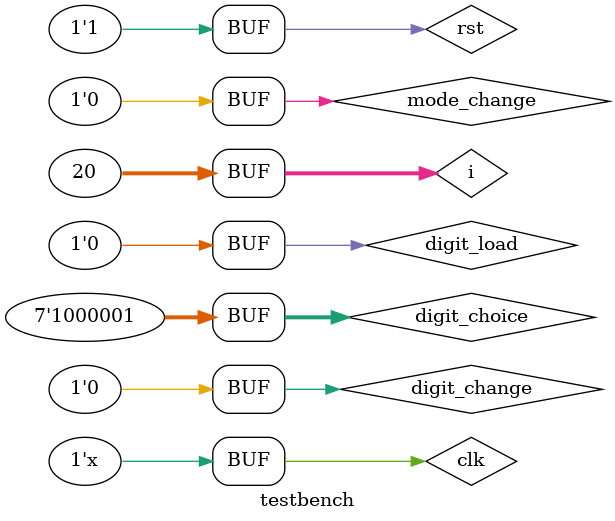
<source format=v>
`timescale 1ns/1ps

module testbench;
	reg rst;
	reg clk;
	reg [6 : 0] digit_choice;
	reg digit_load;
	reg digit_change;
	reg mode_change;
	wire [6 : 0] display;
	wire digit_load_indicator;
	
	strange_device
	strange_device_instance
		(
			.rst(rst),
			.clk(clk),
			.digit_choice(digit_choice),
			.digit_load(digit_load),
			.digit_change(digit_change),
			.mode_change(mode_change),
			.display(display),
			.digit_load_indicator(digit_load_indicator)
		);
		
	integer i;
	
	initial begin
		clk <= 1'b0;
		#10
		clk <= 1'b1;
		
		rst <= 1'b0;
		#20
		rst <= 1'b1;
		
		digit_choice <= 7'b0000001;
		for (i = 0; i < 20; i = i + 1) begin
			digit_load <= 1'b1;
			#10
			digit_load <= 1'b0;
			#20
			digit_choice <= digit_choice + 7'd1;
		end
		
		for (i = 0; i < 20; i = i + 1) begin
			digit_change <= 1'b1;
			#10;
			digit_change <= 1'b0;
		end
		
		mode_change <= 1'b1;
		#10
		mode_change <= 1'b0;
		
		#20
		
		mode_change <= 1'b1;
		#10
		mode_change <= 1'b0;
		
		digit_choice <= 7'b1000001;
		digit_load <= 1'b1;
		#10
		digit_load <= 1'b0;
	end
	
	always @(*) begin
		#10
		clk <= ~clk;
	end
	
endmodule

</source>
